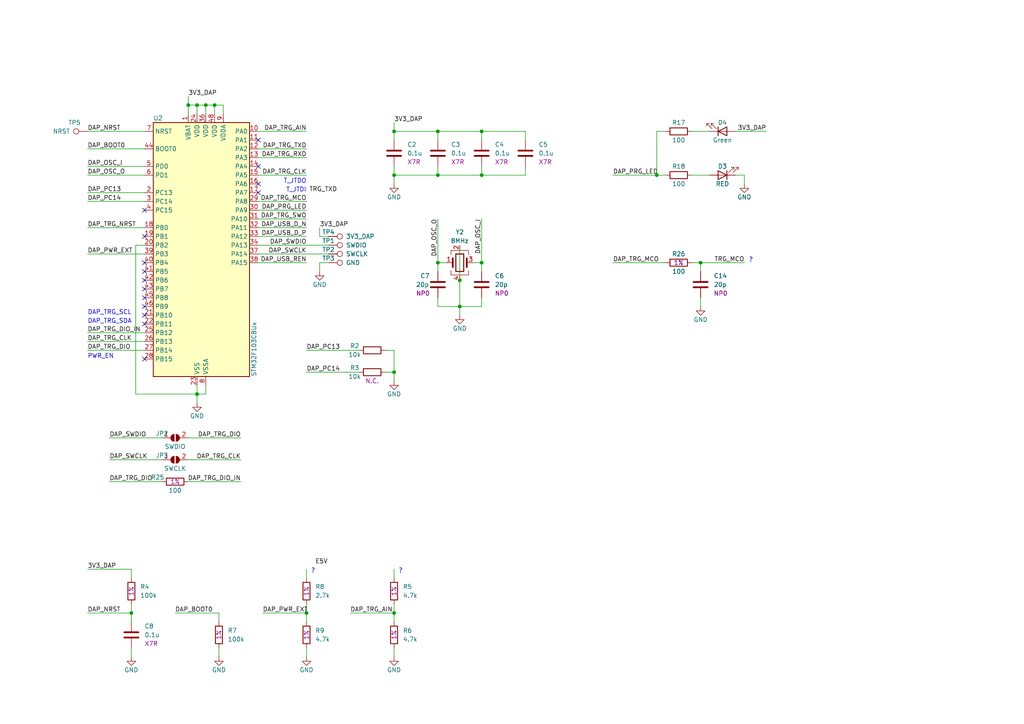
<source format=kicad_sch>
(kicad_sch (version 20230121) (generator eeschema)
  (paper "A4")
  (title_block (title "DAPLink") (date "2023-06-18") (rev "EP1") (comment 1 "chrns"))
  (junction (at 190.5 50.8))
  (junction (at 173.99 227.33))
  (junction (at 388.62 7.62))
  (junction (at 54.61 30.48))
  (junction (at 127 50.8))
  (junction (at 38.1 177.8))
  (junction (at 375.92 7.62))
  (junction (at 355.6 167.64))
  (junction (at 356.87 20.32))
  (junction (at 59.69 30.48))
  (junction (at 133.35 88.9))
  (junction (at 127 38.1))
  (junction (at 212.09 252.73))
  (junction (at 212.09 237.49))
  (junction (at 114.3 38.1))
  (junction (at 133.35 81.28))
  (junction (at 139.7 50.8))
  (junction (at 114.3 177.8))
  (junction (at 375.92 20.32))
  (junction (at 307.34 198.12))
  (junction (at 57.15 114.3))
  (junction (at 88.9 177.8))
  (junction (at 367.03 20.32))
  (junction (at 62.23 30.48))
  (junction (at 114.3 50.8))
  (junction (at 346.71 7.62))
  (junction (at 139.7 38.1))
  (junction (at 337.82 20.32))
  (junction (at 173.99 252.73))
  (junction (at 325.12 7.62))
  (junction (at 224.79 237.49))
  (junction (at 139.7 76.2))
  (junction (at 127 76.2))
  (junction (at 337.82 7.62))
  (junction (at 320.04 185.42))
  (junction (at 114.3 107.95))
  (junction (at 203.2 76.2))
  (junction (at 57.15 30.48))
  (no_connect (at 41.91 83.82))
  (no_connect (at 74.93 53.34))
  (no_connect (at 74.93 40.64))
  (no_connect (at 41.91 91.44))
  (no_connect (at 41.91 78.74))
  (no_connect (at 41.91 76.2))
  (no_connect (at 41.91 86.36))
  (no_connect (at 74.93 55.88))
  (no_connect (at 41.91 81.28))
  (no_connect (at 41.91 88.9))
  (no_connect (at 41.91 93.98))
  (no_connect (at 41.91 104.14))
  (no_connect (at 41.91 60.96))
  (no_connect (at 317.5 248.92))
  (no_connect (at 317.5 241.3))
  (no_connect (at 74.93 48.26))
  (no_connect (at 41.91 68.58))
  (wire (pts (xy 337.82 7.62) (xy 346.71 7.62)))
  (wire (pts (xy 127 86.36) (xy 127 88.9)))
  (wire (pts (xy 74.93 71.12) (xy 95.25 71.12)))
  (wire (pts (xy 330.2 106.68) (xy 339.09 106.68)))
  (wire (pts (xy 337.82 20.32) (xy 325.12 20.32)))
  (wire (pts (xy 388.62 10.16) (xy 388.62 7.62)))
  (wire (pts (xy 25.4 101.6) (xy 41.91 101.6)))
  (wire (pts (xy 302.26 241.3) (xy 302.26 254)))
  (wire (pts (xy 200.66 76.2) (xy 203.2 76.2)))
  (wire (pts (xy 330.2 109.22) (xy 339.09 109.22)))
  (wire (pts (xy 127 76.2) (xy 127 63.5)))
  (wire (pts (xy 152.4 50.8) (xy 139.7 50.8)))
  (wire (pts (xy 139.7 38.1) (xy 152.4 38.1)))
  (wire (pts (xy 356.87 17.78) (xy 356.87 20.32)))
  (wire (pts (xy 307.34 195.58) (xy 307.34 198.12)))
  (wire (pts (xy 25.4 99.06) (xy 41.91 99.06)))
  (wire (pts (xy 54.61 127) (xy 69.85 127)))
  (wire (pts (xy 325.12 7.62) (xy 325.12 10.16)))
  (wire (pts (xy 25.4 177.8) (xy 38.1 177.8)))
  (wire (pts (xy 375.92 20.32) (xy 367.03 20.32)))
  (wire (pts (xy 57.15 30.48) (xy 59.69 30.48)))
  (wire (pts (xy 139.7 38.1) (xy 139.7 40.64)))
  (wire (pts (xy 317.5 185.42) (xy 320.04 185.42)))
  (wire (pts (xy 241.3 276.86) (xy 254 276.86)))
  (wire (pts (xy 114.3 38.1) (xy 127 38.1)))
  (wire (pts (xy 325.12 7.62) (xy 337.82 7.62)))
  (wire (pts (xy 367.03 20.32) (xy 356.87 20.32)))
  (wire (pts (xy 127 88.9) (xy 133.35 88.9)))
  (wire (pts (xy 104.14 107.95) (xy 88.9 107.95)))
  (wire (pts (xy 173.99 227.33) (xy 167.64 227.33)))
  (wire (pts (xy 177.8 76.2) (xy 193.04 76.2)))
  (wire (pts (xy 25.4 48.26) (xy 41.91 48.26)))
  (wire (pts (xy 114.3 48.26) (xy 114.3 50.8)))
  (wire (pts (xy 139.7 86.36) (xy 139.7 88.9)))
  (wire (pts (xy 356.87 20.32) (xy 356.87 22.86)))
  (wire (pts (xy 346.71 91.44) (xy 346.71 88.9)))
  (wire (pts (xy 25.4 55.88) (xy 41.91 55.88)))
  (wire (pts (xy 355.6 167.64) (xy 355.6 170.18)))
  (wire (pts (xy 167.64 234.95) (xy 182.88 234.95)))
  (wire (pts (xy 224.79 252.73) (xy 212.09 252.73)))
  (wire (pts (xy 95.25 68.58) (xy 92.71 68.58)))
  (wire (pts (xy 340.36 182.88) (xy 334.01 182.88)))
  (wire (pts (xy 224.79 237.49) (xy 227.33 237.49)))
  (wire (pts (xy 25.4 73.66) (xy 41.91 73.66)))
  (wire (pts (xy 215.9 50.8) (xy 215.9 53.34)))
  (wire (pts (xy 88.9 165.1) (xy 88.9 167.64)))
  (wire (pts (xy 351.79 88.9) (xy 368.3 88.9)))
  (wire (pts (xy 190.5 229.87) (xy 205.74 229.87)))
  (wire (pts (xy 139.7 76.2) (xy 137.16 76.2)))
  (wire (pts (xy 25.4 96.52) (xy 41.91 96.52)))
  (wire (pts (xy 224.79 250.19) (xy 224.79 252.73)))
  (wire (pts (xy 133.35 88.9) (xy 139.7 88.9)))
  (wire (pts (xy 375.92 17.78) (xy 375.92 20.32)))
  (wire (pts (xy 317.5 243.84) (xy 330.2 243.84)))
  (wire (pts (xy 25.4 58.42) (xy 41.91 58.42)))
  (wire (pts (xy 309.88 195.58) (xy 309.88 198.12)))
  (wire (pts (xy 212.09 237.49) (xy 224.79 237.49)))
  (wire (pts (xy 330.2 119.38) (xy 339.09 119.38)))
  (wire (pts (xy 364.49 10.16) (xy 367.03 10.16)))
  (wire (pts (xy 41.91 71.12) (xy 39.37 71.12)))
  (wire (pts (xy 74.93 58.42) (xy 88.9 58.42)))
  (wire (pts (xy 54.61 133.35) (xy 69.85 133.35)))
  (wire (pts (xy 241.3 284.48) (xy 243.84 284.48)))
  (wire (pts (xy 74.93 43.18) (xy 88.9 43.18)))
  (wire (pts (xy 39.37 71.12) (xy 39.37 114.3)))
  (wire (pts (xy 114.3 35.56) (xy 114.3 38.1)))
  (wire (pts (xy 330.2 101.6) (xy 339.09 101.6)))
  (wire (pts (xy 212.09 252.73) (xy 212.09 251.46)))
  (wire (pts (xy 325.12 20.32) (xy 325.12 17.78)))
  (wire (pts (xy 92.71 66.04) (xy 92.71 68.58)))
  (wire (pts (xy 74.93 63.5) (xy 88.9 63.5)))
  (wire (pts (xy 127 38.1) (xy 127 40.64)))
  (wire (pts (xy 330.2 88.9) (xy 346.71 88.9)))
  (wire (pts (xy 25.4 43.18) (xy 41.91 43.18)))
  (wire (pts (xy 173.99 250.19) (xy 173.99 252.73)))
  (wire (pts (xy 63.5 177.8) (xy 63.5 180.34)))
  (wire (pts (xy 114.3 40.64) (xy 114.3 38.1)))
  (wire (pts (xy 25.4 50.8) (xy 41.91 50.8)))
  (wire (pts (xy 38.1 165.1) (xy 38.1 167.64)))
  (wire (pts (xy 173.99 252.73) (xy 170.18 252.73)))
  (wire (pts (xy 200.66 50.8) (xy 205.74 50.8)))
  (wire (pts (xy 340.36 154.94) (xy 340.36 162.56)))
  (wire (pts (xy 351.79 91.44) (xy 351.79 88.9)))
  (wire (pts (xy 292.1 248.92) (xy 304.8 248.92)))
  (wire (pts (xy 355.6 177.8) (xy 355.6 180.34)))
  (wire (pts (xy 133.35 88.9) (xy 133.35 91.44)))
  (wire (pts (xy 234.95 237.49) (xy 240.03 237.49)))
  (wire (pts (xy 31.75 139.7) (xy 46.99 139.7)))
  (wire (pts (xy 152.4 38.1) (xy 152.4 40.64)))
  (wire (pts (xy 388.62 7.62) (xy 401.32 7.62)))
  (wire (pts (xy 317.5 251.46) (xy 330.2 251.46)))
  (wire (pts (xy 114.3 101.6) (xy 114.3 107.95)))
  (wire (pts (xy 212.09 241.3) (xy 212.09 237.49)))
  (wire (pts (xy 213.36 50.8) (xy 215.9 50.8)))
  (wire (pts (xy 101.6 177.8) (xy 114.3 177.8)))
  (wire (pts (xy 88.9 175.26) (xy 88.9 177.8)))
  (wire (pts (xy 330.2 116.84) (xy 339.09 116.84)))
  (wire (pts (xy 320.04 182.88) (xy 320.04 185.42)))
  (wire (pts (xy 88.9 187.96) (xy 88.9 190.5)))
  (wire (pts (xy 139.7 76.2) (xy 139.7 63.5)))
  (wire (pts (xy 355.6 154.94) (xy 355.6 157.48)))
  (wire (pts (xy 190.5 240.03) (xy 205.74 240.03)))
  (wire (pts (xy 31.75 133.35) (xy 46.99 133.35)))
  (wire (pts (xy 355.6 167.64) (xy 358.14 167.64)))
  (wire (pts (xy 25.4 38.1) (xy 41.91 38.1)))
  (wire (pts (xy 304.8 241.3) (xy 302.26 241.3)))
  (wire (pts (xy 114.3 165.1) (xy 114.3 167.64)))
  (wire (pts (xy 114.3 187.96) (xy 114.3 190.5)))
  (wire (pts (xy 54.61 30.48) (xy 54.61 33.02)))
  (wire (pts (xy 54.61 27.94) (xy 54.61 30.48)))
  (wire (pts (xy 200.66 38.1) (xy 205.74 38.1)))
  (wire (pts (xy 74.93 66.04) (xy 88.9 66.04)))
  (wire (pts (xy 190.5 234.95) (xy 205.74 234.95)))
  (wire (pts (xy 203.2 86.36) (xy 203.2 88.9)))
  (wire (pts (xy 127 48.26) (xy 127 50.8)))
  (wire (pts (xy 50.8 177.8) (xy 63.5 177.8)))
  (wire (pts (xy 309.88 198.12) (xy 307.34 198.12)))
  (wire (pts (xy 337.82 10.16) (xy 337.82 7.62)))
  (wire (pts (xy 325.12 7.62) (xy 322.58 7.62)))
  (wire (pts (xy 59.69 30.48) (xy 59.69 33.02)))
  (wire (pts (xy 292.1 251.46) (xy 304.8 251.46)))
  (wire (pts (xy 177.8 50.8) (xy 190.5 50.8)))
  (wire (pts (xy 367.03 17.78) (xy 367.03 20.32)))
  (wire (pts (xy 241.3 281.94) (xy 256.54 281.94)))
  (wire (pts (xy 54.61 139.7) (xy 69.85 139.7)))
  (wire (pts (xy 167.64 229.87) (xy 182.88 229.87)))
  (wire (pts (xy 114.3 107.95) (xy 111.76 107.95)))
  (wire (pts (xy 57.15 114.3) (xy 57.15 116.84)))
  (wire (pts (xy 326.39 182.88) (xy 320.04 182.88)))
  (wire (pts (xy 317.5 246.38) (xy 330.2 246.38)))
  (wire (pts (xy 353.06 248.92) (xy 368.3 248.92)))
  (wire (pts (xy 59.69 114.3) (xy 57.15 114.3)))
  (wire (pts (xy 264.16 281.94) (xy 279.4 281.94)))
  (wire (pts (xy 31.75 127) (xy 46.99 127)))
  (wire (pts (xy 190.5 38.1) (xy 190.5 50.8)))
  (wire (pts (xy 203.2 76.2) (xy 203.2 78.74)))
  (wire (pts (xy 127 78.74) (xy 127 76.2)))
  (wire (pts (xy 317.5 180.34) (xy 320.04 180.34)))
  (wire (pts (xy 62.23 30.48) (xy 59.69 30.48)))
  (wire (pts (xy 74.93 45.72) (xy 88.9 45.72)))
  (wire (pts (xy 317.5 187.96) (xy 326.39 187.96)))
  (wire (pts (xy 334.01 190.5) (xy 342.9 190.5)))
  (wire (pts (xy 190.5 50.8) (xy 193.04 50.8)))
  (wire (pts (xy 349.25 10.16) (xy 346.71 10.16)))
  (wire (pts (xy 111.76 101.6) (xy 114.3 101.6)))
  (wire (pts (xy 133.35 81.28) (xy 133.35 88.9)))
  (wire (pts (xy 330.2 114.3) (xy 339.09 114.3)))
  (wire (pts (xy 264.16 279.4) (xy 279.4 279.4)))
  (wire (pts (xy 139.7 78.74) (xy 139.7 76.2)))
  (wire (pts (xy 334.01 185.42) (xy 350.52 185.42)))
  (wire (pts (xy 74.93 68.58) (xy 88.9 68.58)))
  (wire (pts (xy 170.18 232.41) (xy 170.18 252.73)))
  (wire (pts (xy 307.34 198.12) (xy 307.34 200.66)))
  (wire (pts (xy 127 50.8) (xy 114.3 50.8)))
  (wire (pts (xy 114.3 50.8) (xy 114.3 53.34)))
  (wire (pts (xy 269.24 237.49) (xy 247.65 237.49)))
  (wire (pts (xy 38.1 177.8) (xy 38.1 180.34)))
  (wire (pts (xy 224.79 242.57) (xy 224.79 237.49)))
  (wire (pts (xy 59.69 111.76) (xy 59.69 114.3)))
  (wire (pts (xy 375.92 7.62) (xy 388.62 7.62)))
  (wire (pts (xy 38.1 175.26) (xy 38.1 177.8)))
  (wire (pts (xy 325.12 -5.08) (xy 325.12 7.62)))
  (wire (pts (xy 173.99 242.57) (xy 173.99 227.33)))
  (wire (pts (xy 330.2 111.76) (xy 339.09 111.76)))
  (wire (pts (xy 364.49 7.62) (xy 375.92 7.62)))
  (wire (pts (xy 337.82 20.32) (xy 337.82 17.78)))
  (wire (pts (xy 114.3 175.26) (xy 114.3 177.8)))
  (wire (pts (xy 74.93 38.1) (xy 88.9 38.1)))
  (wire (pts (xy 139.7 48.26) (xy 139.7 50.8)))
  (wire (pts (xy 334.01 187.96) (xy 350.52 187.96)))
  (wire (pts (xy 241.3 279.4) (xy 256.54 279.4)))
  (wire (pts (xy 25.4 165.1) (xy 38.1 165.1)))
  (wire (pts (xy 104.14 101.6) (xy 88.9 101.6)))
  (wire (pts (xy 243.84 284.48) (xy 243.84 287.02)))
  (wire (pts (xy 127 38.1) (xy 139.7 38.1)))
  (wire (pts (xy 292.1 246.38) (xy 304.8 246.38)))
  (wire (pts (xy 306.07 -5.08) (xy 314.96 -5.08)))
  (wire (pts (xy 322.58 -5.08) (xy 325.12 -5.08)))
  (wire (pts (xy 320.04 185.42) (xy 326.39 185.42)))
  (wire (pts (xy 152.4 48.26) (xy 152.4 50.8)))
  (wire (pts (xy 330.2 104.14) (xy 339.09 104.14)))
  (wire (pts (xy 342.9 190.5) (xy 342.9 193.04)))
  (wire (pts (xy 167.64 232.41) (xy 170.18 232.41)))
  (wire (pts (xy 127 76.2) (xy 129.54 76.2)))
  (wire (pts (xy 320.04 177.8) (xy 320.04 180.34)))
  (wire (pts (xy 74.93 60.96) (xy 88.9 60.96)))
  (wire (pts (xy 57.15 33.02) (xy 57.15 30.48)))
  (wire (pts (xy 38.1 187.96) (xy 38.1 190.5)))
  (wire (pts (xy 54.61 30.48) (xy 57.15 30.48)))
  (wire (pts (xy 63.5 187.96) (xy 63.5 190.5)))
  (wire (pts (xy 64.77 33.02) (xy 64.77 30.48)))
  (wire (pts (xy 304.8 243.84) (xy 292.1 243.84)))
  (wire (pts (xy 62.23 33.02) (xy 62.23 30.48)))
  (wire (pts (xy 388.62 20.32) (xy 375.92 20.32)))
  (wire (pts (xy 346.71 10.16) (xy 346.71 7.62)))
  (wire (pts (xy 167.64 240.03) (xy 182.88 240.03)))
  (wire (pts (xy 193.04 38.1) (xy 190.5 38.1)))
  (wire (pts (xy 340.36 172.72) (xy 340.36 182.88)))
  (wire (pts (xy 74.93 73.66) (xy 95.25 73.66)))
  (wire (pts (xy 213.36 38.1) (xy 222.25 38.1)))
  (wire (pts (xy 190.5 214.63) (xy 194.31 214.63)))
  (wire (pts (xy 76.2 177.8) (xy 88.9 177.8)))
  (wire (pts (xy 212.09 252.73) (xy 212.09 255.27)))
  (wire (pts (xy 201.93 214.63) (xy 218.44 214.63)))
  (wire (pts (xy 347.98 167.64) (xy 355.6 167.64)))
  (wire (pts (xy 114.3 107.95) (xy 114.3 110.49)))
  (wire (pts (xy 212.09 237.49) (xy 167.64 237.49)))
  (wire (pts (xy 173.99 214.63) (xy 173.99 227.33)))
  (wire (pts (xy 92.71 76.2) (xy 92.71 78.74)))
  (wire (pts (xy 355.6 165.1) (xy 355.6 167.64)))
  (wire (pts (xy 203.2 76.2) (xy 215.9 76.2)))
  (wire (pts (xy 388.62 17.78) (xy 388.62 20.32)))
  (wire (pts (xy 95.25 76.2) (xy 92.71 76.2)))
  (wire (pts (xy 88.9 177.8) (xy 88.9 180.34)))
  (wire (pts (xy 349.25 127) (xy 349.25 129.54)))
  (wire (pts (xy 182.88 214.63) (xy 173.99 214.63)))
  (wire (pts (xy 57.15 111.76) (xy 57.15 114.3)))
  (wire (pts (xy 74.93 50.8) (xy 88.9 50.8)))
  (wire (pts (xy 133.35 71.12) (xy 133.35 81.28)))
  (wire (pts (xy 74.93 76.2) (xy 88.9 76.2)))
  (wire (pts (xy 114.3 177.8) (xy 114.3 180.34)))
  (wire (pts (xy 365.76 167.64) (xy 388.62 167.64)))
  (wire (pts (xy 375.92 10.16) (xy 375.92 7.62)))
  (wire (pts (xy 39.37 114.3) (xy 57.15 114.3)))
  (wire (pts (xy 64.77 30.48) (xy 62.23 30.48)))
  (wire (pts (xy 317.5 190.5) (xy 326.39 190.5)))
  (wire (pts (xy 356.87 20.32) (xy 337.82 20.32)))
  (wire (pts (xy 346.71 7.62) (xy 349.25 7.62)))
  (wire (pts (xy 336.55 248.92) (xy 345.44 248.92)))
  (wire (pts (xy 306.07 7.62) (xy 314.96 7.62)))
  (wire (pts (xy 173.99 252.73) (xy 173.99 255.27)))
  (wire (pts (xy 25.4 66.04) (xy 41.91 66.04)))
  (wire (pts (xy 139.7 50.8) (xy 127 50.8)))
  (text "DAP_TRG_SCL" (at 25.4 91.44 0) (effects (font (size 1.27 1.27)) (justify left bottom)))
  (text "SWDIO" (at 154.94 234.95 0) (effects (font (size 1.27 1.27)) (justify right bottom)))
  (text "SWO" (at 154.94 240.03 0) (effects (font (size 1.27 1.27)) (justify right bottom)))
  (text "?" (at 90.17 166.37 0) (effects (font (size 1.27 1.27)) (justify left bottom)))
  (text "GND" (at 154.94 232.41 0) (effects (font (size 1.27 1.27)) (justify right bottom)))
  (text "DAP_TRG_SDA" (at 25.4 93.98 0) (effects (font (size 1.27 1.27)) (justify left bottom)))
  (text "VDD" (at 154.94 227.33 0) (effects (font (size 1.27 1.27)) (justify right bottom)))
  (text "SWCLK" (at 154.94 229.87 0) (effects (font (size 1.27 1.27)) (justify right bottom)))
  (text "+5V" (at 330.2 241.3 0) (effects (font (size 1.27 1.27)) (justify right bottom)))
  (text "T_JTDI" (at 88.9 55.88 0) (effects (font (size 1.27 1.27)) (justify right bottom)))
  (text "1.8V, 3.3V, 5V" (at 330.2 85.09 0) (effects (font (size 1.27 1.27)) (justify left bottom)))
  (text "PWR_EN" (at 25.4 104.14 0) (effects (font (size 1.27 1.27)) (justify left bottom)))
  (text "TXS0108ERGYR" (at 350.52 129.54 0) (effects (font (size 1.27 1.27)) (justify left bottom)))
  (text "?" (at 115.57 166.37 0) (effects (font (size 1.27 1.27)) (justify left bottom)))
  (text "NRST" (at 154.94 237.49 0) (effects (font (size 1.27 1.27)) (justify right bottom)))
  (text "?" (at 217.17 76.2 0) (effects (font (size 1.27 1.27)) (justify left bottom)))
  (text "isolate swd!" (at 306.07 237.49 0) (effects (font (size 1.27 1.27)) (justify left bottom)))
  (text "To power page" (at 341.63 -6.35 0) (effects (font (size 1.27 1.27)) (justify left bottom)))
  (text "pull up?" (at 242.57 233.68 0) (effects (font (size 1.27 1.27)) (justify left bottom)))
  (text "T_JTDO" (at 88.9 53.34 0) (effects (font (size 1.27 1.27)) (justify right bottom)))
  (text "JTDI" (at 330.2 248.92 0) (effects (font (size 1.27 1.27)) (justify right bottom)))
  (label "DAP_SWDIO" (at 88.9 71.12 180))
  (label "DAP_OSC_I" (at 25.4 48.26 0))
  (label "TRG_SWO" (at 168.91 240.03 0))
  (label "3V3_DAP" (at 54.61 27.94 0))
  (label "TRG_RST" (at 205.74 237.49 180))
  (label "DAP_TRG_DIO" (at 31.75 139.7 0))
  (label "TRG_RST" (at 330.2 101.6 0))
  (label "DAP_TRG_RXD" (at 279.4 281.94 180))
  (label "TRG_MCO" (at 215.9 76.2 180))
  (label "DAP_USB_REN" (at 88.9 76.2 180))
  (label "TRG_RXD" (at 330.2 114.3 0))
  (label "DAP_TRG_CLK" (at 88.9 50.8 180))
  (label "DAP_OSC_I" (at 139.7 63.5 270))
  (label "DAP_TRG_MCO" (at 177.8 76.2 0))
  (label "DAP_NRST" (at 25.4 38.1 0))
  (label "3V3_DAP" (at 254 276.86 180))
  (label "U5V" (at 306.07 -5.08 0))
  (label "3V3_DAP" (at 340.36 154.94 270))
  (label "DAP_SWCLK" (at 31.75 133.35 0))
  (label "3V3_TRG" (at 292.1 243.84 0))
  (label "DAP_TRG_DIO" (at 25.4 101.6 0))
  (label "E5V" (at 306.07 7.62 0))
  (label "E5V" (at 91.44 163.83 0))
  (label "U5V" (at 355.6 154.94 0))
  (label "DAP_TRG_RXD" (at 88.9 45.72 180))
  (label "DAP_SWCLK" (at 88.9 73.66 180))
  (label "DAP_PC13" (at 25.4 55.88 0))
  (label "DAP_TRG_SWO" (at 205.74 240.03 180))
  (label "DAP_TRG_TXD" (at 88.9 43.18 180))
  (label "DAP_TRG_DIO_IN" (at 25.4 96.52 0))
  (label "DAP_TRG_AIN" (at 218.44 214.63 180))
  (label "TRG_SWO" (at 330.2 109.22 0))
  (label "TRG_DIO" (at 330.2 106.68 0))
  (label "DAP_TRG_AIN" (at 101.6 177.8 0))
  (label "DAP_TRG_SWO" (at 88.9 63.5 180))
  (label "DAP_TRG_NRST" (at 269.24 237.49 180))
  (label "DAP_TRG_DIO" (at 205.74 234.95 180))
  (label "DAP_TRG_DIO" (at 69.85 127 180))
  (label "TRG_TXD" (at 330.2 111.76 0))
  (label "DAP_NRST" (at 25.4 177.8 0))
  (label "DAP_TRG_DIO_IN" (at 69.85 139.7 180))
  (label "TRG_SWO" (at 292.1 248.92 0))
  (label "TRG_RXD" (at 243.84 281.94 0))
  (label "DAP_PRG_LED" (at 177.8 50.8 0))
  (label "DAP_USB_REN" (at 388.62 167.64 180))
  (label "TRG_TXD" (at 243.84 279.4 0))
  (label "DAP_SWDIO" (at 31.75 127 0))
  (label "DAP_USB_D_P" (at 350.52 185.42 180))
  (label "DAP_PC14" (at 88.9 107.95 0))
  (label "DAP_TRG_CLK" (at 69.85 133.35 180))
  (label "DAP_OSC_O" (at 127 63.5 270))
  (label "DAP_PWR_EXT" (at 25.4 73.66 0))
  (label "DAP_PC14" (at 25.4 58.42 0))
  (label "DAP_PWR_EXT" (at 76.2 177.8 0))
  (label "TRG_TXD" (at 97.79 55.88 180))
  (label "3V3_DAP" (at 25.4 165.1 0))
  (label "TRG_DIO" (at 168.91 234.95 0))
  (label "DAP_OSC_O" (at 25.4 50.8 0))
  (label "3V3_DAP" (at 222.25 38.1 180))
  (label "DAP_TRG_NRST" (at 25.4 66.04 0))
  (label "DAP_TRG_TXD" (at 368.3 248.92 180))
  (label "3V3_DAP" (at 92.71 66.04 0))
  (label "DAP_PRG_LED" (at 88.9 60.96 180))
  (label "TRG_RXD" (at 292.1 246.38 0))
  (label "DAP_BOOT0" (at 50.8 177.8 0))
  (label "TRG_CLK" (at 330.2 251.46 180))
  (label "3V3_FT" (at 330.2 88.9 0))
  (label "DAP_USB_D_N" (at 88.9 66.04 180))
  (label "DAP_TRG_TXD" (at 279.4 279.4 180))
  (label "DAP_TRG_AIN" (at 88.9 38.1 180))
  (label "U5V" (at 320.04 177.8 0))
  (label "DAP_USB_D_P" (at 88.9 68.58 180))
  (label "TRG_CLK" (at 330.2 104.14 0))
  (label "DAP_TRG_CLK" (at 205.74 229.87 180))
  (label "3V3_DAP" (at 401.32 7.62 180))
  (label "DAP_PC13" (at 88.9 101.6 0))
  (label "3V3_DAP" (at 114.3 35.56 0))
  (label "TRG_CLK" (at 168.91 229.87 0))
  (label "TRG_NRST" (at 330.2 243.84 180))
  (label "TRG_DIO" (at 292.1 251.46 0))
  (label "TRG_TXD" (at 336.55 248.92 0))
  (label "DAP_USB_D_N" (at 350.52 187.96 180))
  (label "DAP_TRG_MCO" (at 88.9 58.42 180))
  (label "TRG_TXD" (at 330.2 246.38 180))
  (label "DAP_BOOT0" (at 25.4 43.18 0))
  (label "DAP_TRG_CLK" (at 25.4 99.06 0))
  (hierarchical_label "TRG_SWO" (shape input) (at 330.2 109.22 180))
  (hierarchical_label "TRG_RST" (shape output) (at 330.2 101.6 180))
  (hierarchical_label "TRG_CLK" (shape output) (at 330.2 104.14 180))
  (hierarchical_label "TRG_DIO" (shape bidirectional) (at 330.2 106.68 180))
  (hierarchical_label "DAP_USB_D_P" (shape bidirectional) (at 350.52 185.42 0))
  (hierarchical_label "DAP_USB_D_N" (shape bidirectional) (at 350.52 187.96 0))
  (hierarchical_label "TRG_RXD" (shape input) (at 330.2 114.3 180))
  (hierarchical_label "TRG_TXD" (shape output) (at 330.2 111.76 180))
  (symbol (lib_id "Connector:TestPoint") (at 95.25 71.12 270) (unit 1) (in_bom no)
    (property "Reference" "TP1" (at 95.25 69.85 90))
    (property "Value" "SWDIO" (at 100.33 71.12 90) (effects (justify left)))
  )
  (symbol (lib_id "Device:LED") (at 209.55 38.1 0) (mirror x) (unit 1)
    (property "Reference" "D4" (at 209.55 35.56 0))
    (property "Value" "Green" (at 209.55 40.64 0))
  )
  (symbol (lib_id "Jumper:SolderJumper_2_Open") (at 50.8 133.35 0) (unit 1) (in_bom no)
    (property "Reference" "JP3" (at 46.99 132.08 0))
    (property "Value" "SWCLK" (at 50.8 135.89 0))
    (property "Footprint" "Jumper:SolderJumper-2_P1.3mm_Open_TrianglePad1.0x1.5mm" (effects hide))
  )
  (symbol (lib_id "power:GND") (at 307.34 200.66 0) (unit 1)
    (property "Reference" "#PWR013" (effects hide))
    (property "Value" "GND" (at 307.34 204.47 0))
  )
  (symbol (lib_id "Device:R") (at 330.2 190.5 90) (unit 1)
    (property "Reference" "R10" (at 322.58 189.23 90) (effects (justify right)))
    (property "Value" "100k" (at 334.01 191.77 90) (effects (justify right)))
    (property "Footprint" "Resistor_SMD:R_0402_1005Metric" (effects hide))
    (property "Coefficient" "1%" (at 330.2 190.5 90))
  )
  (symbol (lib_id "Device:R") (at 88.9 171.45 0) (unit 1)
    (property "Reference" "R8" (at 91.44 170.18 0) (effects (justify left)))
    (property "Value" "2.7k" (at 91.44 172.72 0) (effects (justify left)))
    (property "Footprint" "Resistor_SMD:R_0402_1005Metric" (effects hide))
    (property "Coefficient" "1%" (at 88.9 171.45 90))
  )
  (symbol (lib_id "Device:R") (at 196.85 50.8 90) (unit 1)
    (property "Reference" "R18" (at 196.85 48.26 90))
    (property "Value" "100" (at 196.85 53.34 90))
    (property "Footprint" "Resistor_SMD:R_0402_1005Metric" (effects hide))
  )
  (symbol (lib_id "power:GND") (at 92.71 78.74 0) (unit 1)
    (property "Reference" "#PWR043" (effects hide))
    (property "Value" "GND" (at 92.71 82.55 0))
  )
  (symbol (lib_id "Device:R") (at 196.85 38.1 90) (unit 1)
    (property "Reference" "R17" (at 196.85 35.56 90))
    (property "Value" "100" (at 196.85 40.64 90))
    (property "Footprint" "Resistor_SMD:R_0402_1005Metric" (effects hide))
  )
  (symbol (lib_id "Connector:TestPoint") (at 95.25 73.66 270) (unit 1) (in_bom no)
    (property "Reference" "TP2" (at 95.25 72.39 90))
    (property "Value" "SWCLK" (at 100.33 73.66 90) (effects (justify left)))
  )
  (symbol (lib_id "Device:R") (at 173.99 246.38 0) (unit 1)
    (property "Reference" "R23" (at 176.53 245.11 0) (effects (justify left)))
    (property "Value" "10k" (at 176.53 247.65 0) (effects (justify left)))
    (property "Footprint" "Resistor_SMD:R_0402_1005Metric" (effects hide))
    (property "Coefficient" "1%" (at 173.99 246.38 90))
  )
  (symbol (lib_id "Logic_LevelTranslator:TXS0108EPW") (at 349.25 109.22 0) (unit 1)
    (property "Reference" "U15" (at 340.36 92.71 0) (effects (justify left)))
    (property "Value" "TXS0108ERGYR" (at 350.52 125.73 0) (effects (justify left)))
    (property "Footprint" "Package_SO:TSSOP-20_4.4x6.5mm_P0.65mm" (effects hide))
    (property "Datasheet" "www.ti.com/lit/ds/symlink/txs0108e.pdf" (effects hide))
    (property "lcsc" "C90706" (effects hide))
    (instances (project "main" (path "" (reference "U15") (unit 1)) (path "" (reference "U17") (unit 1))))
  )
  (symbol (lib_id "Device:C") (at 337.82 13.97 0) (unit 1)
    (property "Reference" "C10" (at 341.63 11.43 0) (effects (justify left)))
    (property "Value" "0.1u" (at 341.63 13.97 0) (effects (justify left)))
    (property "Footprint" "Capacitor_SMD:C_0402_1005Metric" (effects hide))
    (property "Coefficient" "X7R" (at 341.63 16.51 0) (effects (justify left)))
    (property "Voltage" "50V" (effects hide))
    (property "Part number" "CC0603KRX7R9BB104" (effects hide))
    (property "lcsc" "C14663" (effects hide))
  )
  (symbol (lib_id "power:GND") (at 203.2 88.9 0) (unit 1)
    (property "Reference" "#PWR019" (effects hide))
    (property "Value" "GND" (at 203.2 92.71 0))
  )
  (symbol (lib_id "Device:C") (at 152.4 44.45 0) (unit 1)
    (property "Reference" "C5" (at 156.21 41.91 0) (effects (justify left)))
    (property "Value" "0.1u" (at 156.21 44.45 0) (effects (justify left)))
    (property "Footprint" "Capacitor_SMD:C_0402_1005Metric" (effects hide))
    (property "Coefficient" "X7R" (at 156.21 46.99 0) (effects (justify left)))
    (property "Voltage" "50V" (effects hide))
    (property "Part number" "CC0603KRX7R9BB104" (effects hide))
    (property "lcsc" "C14663" (effects hide))
  )
  (symbol (lib_id "power:GND") (at 133.35 91.44 0) (unit 1)
    (property "Reference" "#PWR05" (effects hide))
    (property "Value" "GND" (at 133.35 95.25 0))
  )
  (symbol (lib_id "power:GND") (at 355.6 180.34 0) (unit 1)
    (property "Reference" "#PWR015" (effects hide))
    (property "Value" "GND" (at 355.6 184.15 0))
  )
  (symbol (lib_id "power:GND") (at 38.1 190.5 0) (unit 1)
    (property "Reference" "#PWR06" (effects hide))
    (property "Value" "GND" (at 38.1 194.31 0))
  )
  (symbol (lib_id "Switch:SW_Push") (at 212.09 246.38 90) (mirror x) (unit 1)
    (property "Reference" "SW1" (at 209.55 245.11 0) (effects (justify right)))
    (property "Value" "SW_Push" (at 209.55 255.27 0) (effects (justify right)))
  )
  (symbol (lib_id "Connector_Generic:Conn_02x05_Odd_Even") (at 309.88 246.38 0) (unit 1)
    (property "Reference" "J21" (at 311.15 238.76 0))
    (property "Value" "BMP" (at 311.15 254 0))
  )
  (symbol (lib_id "Device:R") (at 38.1 171.45 0) (unit 1)
    (property "Reference" "R4" (at 40.64 170.18 0) (effects (justify left)))
    (property "Value" "100k" (at 40.64 172.72 0) (effects (justify left)))
    (property "Footprint" "Resistor_SMD:R_0402_1005Metric" (effects hide))
    (property "Coefficient" "1%" (at 38.1 171.45 90))
  )
  (symbol (lib_id "Device:R") (at 349.25 248.92 90) (unit 1)
    (property "Reference" "R85" (at 341.63 247.65 90) (effects (justify right)))
    (property "Value" "22" (at 353.06 250.19 90) (effects (justify right)))
    (property "Footprint" "Resistor_SMD:R_0402_1005Metric" (effects hide))
    (property "Coefficient" "1%" (at 349.25 248.92 90))
  )
  (symbol (lib_id "power:GND") (at 63.5 190.5 0) (unit 1)
    (property "Reference" "#PWR09" (effects hide))
    (property "Value" "GND" (at 63.5 194.31 0))
  )
  (symbol (lib_id "power:GND") (at 215.9 53.34 0) (unit 1)
    (property "Reference" "#PWR017" (effects hide))
    (property "Value" "GND" (at 215.9 57.15 0))
  )
  (symbol (lib_id "Device:C") (at 139.7 82.55 0) (unit 1)
    (property "Reference" "C6" (at 143.51 80.01 0) (effects (justify left)))
    (property "Value" "20p" (at 143.51 82.55 0) (effects (justify left)))
    (property "Footprint" "Capacitor_SMD:C_0402_1005Metric" (effects hide))
    (property "Coefficient" "NP0" (at 143.51 85.09 0) (effects (justify left)))
  )
  (symbol (lib_id "Device:R") (at 107.95 101.6 270) (mirror x) (unit 1)
    (property "Reference" "R2" (at 102.87 100.33 90))
    (property "Value" "10k" (at 102.87 102.87 90))
    (property "Footprint" "Resistor_SMD:R_0402_1005Metric" (effects hide))
  )
  (symbol (lib_id "Device:R") (at 186.69 229.87 90) (unit 1)
    (property "Reference" "R22" (at 179.07 228.6 90) (effects (justify right)))
    (property "Value" "22" (at 190.5 231.14 90) (effects (justify right)))
    (property "Footprint" "Resistor_SMD:R_0402_1005Metric" (effects hide))
    (property "Coefficient" "1%" (at 186.69 229.87 90))
  )
  (symbol (lib_id "Device:D") (at 186.69 214.63 180) (unit 1)
    (property "Reference" "D5" (at 186.69 212.09 0))
    (property "Value" "BAT60JFILM" (at 186.69 217.17 0))
    (property "Sim.Device" "D" (effects hide))
    (property "Sim.Pins" "1=K 2=A" (effects hide))
  )
  (symbol (lib_id "power:GND") (at 212.09 255.27 0) (mirror y) (unit 1)
    (property "Reference" "#PWR020" (effects hide))
    (property "Value" "GND" (at 212.09 259.08 0))
  )
  (symbol (lib_id "Device:R") (at 196.85 76.2 90) (unit 1)
    (property "Reference" "R26" (at 196.85 73.66 90))
    (property "Value" "100" (at 196.85 78.74 90))
    (property "Footprint" "Resistor_SMD:R_0402_1005Metric" (effects hide))
    (property "Coefficient" "1%" (at 196.85 76.2 90))
  )
  (symbol (lib_id "Device:R") (at 107.95 107.95 270) (mirror x) (unit 1) (in_bom no)
    (property "Reference" "R3" (at 102.87 106.68 90))
    (property "Value" "10k" (at 102.87 109.22 90))
    (property "Footprint" "Resistor_SMD:R_0402_1005Metric" (effects hide))
    (property "Comment" "N.C." (at 107.95 110.49 90))
  )
  (symbol (lib_id "Device:C") (at 127 44.45 0) (unit 1)
    (property "Reference" "C3" (at 130.81 41.91 0) (effects (justify left)))
    (property "Value" "0.1u" (at 130.81 44.45 0) (effects (justify left)))
    (property "Footprint" "Capacitor_SMD:C_0402_1005Metric" (effects hide))
    (property "Coefficient" "X7R" (at 130.81 46.99 0) (effects (justify left)))
    (property "Voltage" "50V" (effects hide))
    (property "Part number" "CC0603KRX7R9BB104" (effects hide))
    (property "lcsc" "C14663" (effects hide))
  )
  (symbol (lib_id "Device:R") (at 88.9 184.15 0) (unit 1)
    (property "Reference" "R9" (at 91.44 182.88 0) (effects (justify left)))
    (property "Value" "4.7k" (at 91.44 185.42 0) (effects (justify left)))
    (property "Footprint" "Resistor_SMD:R_0402_1005Metric" (effects hide))
    (property "Coefficient" "1%" (at 88.9 184.15 90))
  )
  (symbol (lib_id "Transistor_BJT:BC817") (at 342.9 167.64 0) (mirror y) (unit 1)
    (property "Reference" "Q1" (at 337.82 167.005 0) (effects (justify left)))
    (property "Value" "BC817" (at 337.82 169.545 0) (effects (justify left)))
    (property "Footprint" "Package_TO_SOT_SMD:SOT-23" (effects hide))
    (property "Datasheet" "https://www.onsemi.com/pub/Collateral/BC818-D.pdf" (effects hide))
  )
  (symbol (lib_id "power:GND") (at 114.3 53.34 0) (unit 1)
    (property "Reference" "#PWR02" (effects hide))
    (property "Value" "GND" (at 114.3 57.15 0))
  )
  (symbol (lib_id "Device:R") (at 361.95 167.64 90) (unit 1)
    (property "Reference" "R16" (at 367.03 166.37 90))
    (property "Value" "100" (at 367.03 168.91 90))
    (property "Footprint" "Resistor_SMD:R_0402_1005Metric" (effects hide))
  )
  (symbol (lib_id "Device:R") (at 198.12 214.63 90) (unit 1) (in_bom no)
    (property "Reference" "R24" (at 190.5 213.36 90) (effects (justify right)))
    (property "Value" "100" (at 201.93 215.9 90) (effects (justify right)))
    (property "Footprint" "Resistor_SMD:R_0402_1005Metric" (effects hide))
    (property "Coefficient" "1%" (at 198.12 214.63 90))
    (property "Comment" "N.C." (at 198.12 217.17 90))
  )
  (symbol (lib_id "Device:R") (at 114.3 184.15 0) (unit 1)
    (property "Reference" "R6" (at 116.84 182.88 0) (effects (justify left)))
    (property "Value" "4.7k" (at 116.84 185.42 0) (effects (justify left)))
    (property "Footprint" "Resistor_SMD:R_0402_1005Metric" (effects hide))
    (property "Coefficient" "1%" (at 114.3 184.15 90))
  )
  (symbol (lib_id "Device:Crystal_GND24") (at 133.35 76.2 0) (unit 1)
    (property "Reference" "Y2" (at 133.35 67.31 0))
    (property "Value" "8MHz" (at 133.35 69.85 0))
  )
  (symbol (lib_id "Connector:TestPoint") (at 95.25 76.2 270) (unit 1) (in_bom no)
    (property "Reference" "TP3" (at 95.25 74.93 90))
    (property "Value" "GND" (at 100.33 76.2 90) (effects (justify left)))
  )
  (symbol (lib_id "Device:C") (at 139.7 44.45 0) (unit 1)
    (property "Reference" "C4" (at 143.51 41.91 0) (effects (justify left)))
    (property "Value" "0.1u" (at 143.51 44.45 0) (effects (justify left)))
    (property "Footprint" "Capacitor_SMD:C_0402_1005Metric" (effects hide))
    (property "Coefficient" "X7R" (at 143.51 46.99 0) (effects (justify left)))
    (property "Voltage" "50V" (effects hide))
    (property "Part number" "CC0603KRX7R9BB104" (effects hide))
    (property "lcsc" "C14663" (effects hide))
  )
  (symbol (lib_id "MCU_ST_STM32F1:STM32F103CBUx") (at 57.15 73.66 0) (unit 1)
    (property "Reference" "U2" (at 44.45 34.29 0) (effects (justify left)))
    (property "Value" "STM32F103CBUx" (at 73.66 109.22 90) (effects (justify left)))
    (property "Footprint" "Package_DFN_QFN:QFN-48-1EP_7x7mm_P0.5mm_EP5.6x5.6mm" (effects hide))
    (property "Datasheet" "https://www.st.com/resource/en/datasheet/stm32f103cb.pdf" (effects hide))
  )
  (symbol (lib_id "Device:R") (at 63.5 184.15 0) (unit 1)
    (property "Reference" "R7" (at 66.04 182.88 0) (effects (justify left)))
    (property "Value" "100k" (at 66.04 185.42 0) (effects (justify left)))
    (property "Footprint" "Resistor_SMD:R_0402_1005Metric" (effects hide))
    (property "Coefficient" "1%" (at 63.5 184.15 90))
  )
  (symbol (lib_id "Regulator_Linear:LD3985M33R_SOT23") (at 356.87 10.16 0) (unit 1)
    (property "Reference" "U6" (at 356.87 1.27 0))
    (property "Value" "LD3985M33R" (at 356.87 3.81 0))
    (property "Footprint" "Package_TO_SOT_SMD:SOT-23-5" (effects hide))
    (property "Datasheet" "http://www.st.com/internet/com/TECHNICAL_RESOURCES/TECHNICAL_LITERATURE/DATASHEET/CD00003395.pdf" (effects hide))
    (property "lcsc" "C46243" (effects hide))
  )
  (symbol (lib_id "power:GND") (at 114.3 110.49 0) (mirror y) (unit 1)
    (property "Reference" "#PWR03" (effects hide))
    (property "Value" "GND" (at 114.3 114.3 0))
  )
  (symbol (lib_id "power:GND") (at 114.3 190.5 0) (unit 1)
    (property "Reference" "#PWR07" (effects hide))
    (property "Value" "GND" (at 114.3 194.31 0))
  )
  (symbol (lib_id "Device:C") (at 38.1 184.15 0) (unit 1)
    (property "Reference" "C8" (at 41.91 181.61 0) (effects (justify left)))
    (property "Value" "0.1u" (at 41.91 184.15 0) (effects (justify left)))
    (property "Footprint" "Capacitor_SMD:C_0402_1005Metric" (effects hide))
    (property "Coefficient" "X7R" (at 41.91 186.69 0) (effects (justify left)))
    (property "Voltage" "50V" (effects hide))
    (property "Part number" "CC0603KRX7R9BB104" (effects hide))
    (property "lcsc" "C14663" (effects hide))
  )
  (symbol (lib_id "Connector:TestPoint") (at 25.4 38.1 90) (unit 1) (in_bom no)
    (property "Reference" "TP5" (at 21.59 35.56 90))
    (property "Value" "NRST" (at 20.32 38.1 90) (effects (justify left)))
  )
  (symbol (lib_id "Device:LED") (at 209.55 50.8 180) (unit 1)
    (property "Reference" "D3" (at 209.55 48.26 0))
    (property "Value" "RED" (at 209.55 53.34 0))
  )
  (symbol (lib_id "power:GND") (at 356.87 22.86 0) (unit 1)
    (property "Reference" "#PWR016" (effects hide))
    (property "Value" "GND" (at 356.87 26.67 0))
  )
  (symbol (lib_id "power:GND") (at 88.9 190.5 0) (unit 1)
    (property "Reference" "#PWR011" (effects hide))
    (property "Value" "GND" (at 88.9 194.31 0))
  )
  (symbol (lib_id "Device:C") (at 224.79 246.38 0) (mirror y) (unit 1)
    (property "Reference" "C1" (at 220.98 243.84 0) (effects (justify left)))
    (property "Value" "0.1u" (at 220.98 246.38 0) (effects (justify left)))
    (property "Footprint" "Capacitor_SMD:C_0402_1005Metric" (effects hide))
    (property "Coefficient" "X7R" (at 220.98 248.92 0) (effects (justify left)))
    (property "Voltage" "50V" (effects hide))
    (property "Part number" "CC0603KRX7R9BB104" (effects hide))
    (property "lcsc" "C14663" (effects hide))
  )
  (symbol (lib_id "Device:R") (at 330.2 187.96 90) (unit 1)
    (property "Reference" "R11" (at 322.58 186.69 90) (effects (justify right)))
    (property "Value" "0" (at 334.01 189.23 90) (effects (justify right)))
    (property "Footprint" "Resistor_SMD:R_0402_1005Metric" (effects hide))
    (property "Coefficient" "1%" (at 330.2 187.96 90))
  )
  (symbol (lib_id "power:GND") (at 302.26 254 0) (unit 1)
    (property "Reference" "#PWR08" (effects hide))
    (property "Value" "GND" (at 302.26 257.81 0))
  )
  (symbol (lib_name "GND_2") (lib_id "power:GND") (at 349.25 129.54 0) (unit 1)
    (property "Reference" "#PWR0109" (effects hide))
    (property "Value" "GND" (at 349.25 133.35 0))
    (instances (project "main" (path "" (reference "#PWR0109") (unit 1)) (path "" (reference "#PWR0111") (unit 1))))
  )
  (symbol (lib_id "Device:C") (at 388.62 13.97 0) (unit 1)
    (property "Reference" "C13" (at 392.43 11.43 0) (effects (justify left)))
    (property "Value" "0.1u" (at 392.43 13.97 0) (effects (justify left)))
    (property "Footprint" "Capacitor_SMD:C_0402_1005Metric" (effects hide))
    (property "Coefficient" "X7R" (at 392.43 16.51 0) (effects (justify left)))
    (property "Voltage" "50V" (effects hide))
    (property "Part number" "CC0603KRX7R9BB104" (effects hide))
    (property "lcsc" "C14663" (effects hide))
  )
  (symbol (lib_id "Device:C") (at 203.2 82.55 0) (unit 1)
    (property "Reference" "C14" (at 207.01 80.01 0) (effects (justify left)))
    (property "Value" "20p" (at 207.01 82.55 0) (effects (justify left)))
    (property "Footprint" "Capacitor_SMD:C_0402_1005Metric" (effects hide))
    (property "Coefficient" "NP0" (at 207.01 85.09 0) (effects (justify left)))
  )
  (symbol (lib_id "power:GND") (at 173.99 255.27 0) (unit 1)
    (property "Reference" "#PWR018" (effects hide))
    (property "Value" "GND" (at 173.99 259.08 0))
  )
  (symbol (lib_id "Connector:USB_OTG") (at 309.88 185.42 0) (unit 1)
    (property "Reference" "J2" (at 309.88 173.99 0))
    (property "Value" "USB_OTG" (at 309.88 176.53 0))
    (property "Datasheet" " ~" (effects hide))
  )
  (symbol (lib_id "Device:R") (at 186.69 240.03 90) (unit 1)
    (property "Reference" "R19" (at 179.07 238.76 90) (effects (justify right)))
    (property "Value" "22" (at 190.5 241.3 90) (effects (justify right)))
    (property "Footprint" "Resistor_SMD:R_0402_1005Metric" (effects hide))
    (property "Coefficient" "1%" (at 186.69 240.03 90))
  )
  (symbol (lib_id "Device:R") (at 243.84 237.49 270) (mirror x) (unit 1)
    (property "Reference" "R1" (at 243.84 234.95 90))
    (property "Value" "22" (at 243.84 240.03 90))
    (property "Footprint" "Resistor_SMD:R_0402_1005Metric" (effects hide))
    (property "Coefficient" "1%" (at 243.84 237.49 90))
  )
  (symbol (lib_id "Device:R") (at 355.6 173.99 0) (unit 1)
    (property "Reference" "R15" (at 358.14 172.72 0) (effects (justify left)))
    (property "Value" "36k" (at 358.14 175.26 0) (effects (justify left)))
    (property "Footprint" "Resistor_SMD:R_0402_1005Metric" (effects hide))
    (property "Coefficient" "1%" (at 355.6 173.99 90))
  )
  (symbol (lib_id "Device:C") (at 325.12 13.97 0) (unit 1)
    (property "Reference" "C9" (at 328.93 11.43 0) (effects (justify left)))
    (property "Value" "1u" (at 328.93 16.51 0) (effects (justify left)))
    (property "Footprint" "Capacitor_SMD:C_0402_1005Metric" (effects hide))
    (property "Coefficient" "X7R" (at 328.93 13.97 0) (effects (justify left)))
  )
  (symbol (lib_id "power:GND") (at 342.9 193.04 0) (unit 1)
    (property "Reference" "#PWR014" (effects hide))
    (property "Value" "GND" (at 342.9 196.85 0))
  )
  (symbol (lib_id "Device:R") (at 355.6 161.29 0) (unit 1)
    (property "Reference" "R14" (at 358.14 160.02 0) (effects (justify left)))
    (property "Value" "10k" (at 358.14 162.56 0) (effects (justify left)))
    (property "Footprint" "Resistor_SMD:R_0402_1005Metric" (effects hide))
    (property "Coefficient" "1%" (at 355.6 161.29 90))
  )
  (symbol (lib_id "Device:R") (at 186.69 234.95 90) (unit 1)
    (property "Reference" "R21" (at 179.07 233.68 90) (effects (justify right)))
    (property "Value" "22" (at 190.5 236.22 90) (effects (justify right)))
    (property "Footprint" "Resistor_SMD:R_0402_1005Metric" (effects hide))
    (property "Coefficient" "1%" (at 186.69 234.95 90))
  )
  (symbol (lib_id "Device:R") (at 330.2 185.42 90) (unit 1)
    (property "Reference" "R12" (at 322.58 184.15 90) (effects (justify right)))
    (property "Value" "0" (at 334.01 186.69 90) (effects (justify right)))
    (property "Footprint" "Resistor_SMD:R_0402_1005Metric" (effects hide))
    (property "Coefficient" "1%" (at 330.2 185.42 90))
  )
  (symbol (lib_id "Device:C") (at 127 82.55 0) (unit 1)
    (property "Reference" "C7" (at 121.92 80.01 0) (effects (justify left)))
    (property "Value" "20p" (at 120.65 82.55 0) (effects (justify left)))
    (property "Footprint" "Capacitor_SMD:C_0402_1005Metric" (effects hide))
    (property "Coefficient" "NP0" (at 120.65 85.09 0) (effects (justify left)))
  )
  (symbol (lib_id "Device:R") (at 50.8 139.7 90) (unit 1)
    (property "Reference" "R25" (at 45.72 138.43 90))
    (property "Value" "100" (at 50.8 142.24 90))
    (property "Footprint" "Resistor_SMD:R_0402_1005Metric" (effects hide))
    (property "Coefficient" "1%" (at 50.8 139.7 90))
  )
  (symbol (lib_id "Device:R") (at 330.2 182.88 90) (unit 1)
    (property "Reference" "R13" (at 322.58 181.61 90) (effects (justify right)))
    (property "Value" "1.5k" (at 334.01 184.15 90) (effects (justify right)))
    (property "Footprint" "Resistor_SMD:R_0402_1005Metric" (effects hide))
    (property "Coefficient" "1%" (at 330.2 182.88 90))
  )
  (symbol (lib_id "Device:D") (at 318.77 -5.08 180) (unit 1)
    (property "Reference" "D1" (at 318.77 -7.62 0))
    (property "Value" "BAT60JFILM" (at 318.77 -2.54 0))
    (property "Sim.Device" "D" (effects hide))
    (property "Sim.Pins" "1=K 2=A" (effects hide))
  )
  (symbol (lib_id "Device:D") (at 318.77 7.62 180) (unit 1)
    (property "Reference" "D2" (at 318.77 5.08 0))
    (property "Value" "BAT60JFILM" (at 318.77 10.16 0))
    (property "Sim.Device" "D" (effects hide))
    (property "Sim.Pins" "1=K 2=A" (effects hide))
  )
  (symbol (lib_id "Device:C") (at 375.92 13.97 0) (unit 1)
    (property "Reference" "C12" (at 379.73 11.43 0) (effects (justify left)))
    (property "Value" "1u" (at 379.73 16.51 0) (effects (justify left)))
    (property "Footprint" "Capacitor_SMD:C_0402_1005Metric" (effects hide))
    (property "Coefficient" "X7R" (at 379.73 13.97 0) (effects (justify left)))
  )
  (symbol (lib_id "Device:C") (at 367.03 13.97 0) (unit 1)
    (property "Reference" "C11" (at 370.84 11.43 0) (effects (justify left)))
    (property "Value" "10n" (at 370.84 16.51 0) (effects (justify left)))
    (property "Footprint" "Capacitor_SMD:C_0402_1005Metric" (effects hide))
    (property "Coefficient" "X7R" (at 370.84 13.97 0) (effects (justify left)))
  )
  (symbol (lib_id "power:GND") (at 57.15 116.84 0) (unit 1)
    (property "Reference" "#PWR04" (effects hide))
    (property "Value" "GND" (at 57.15 120.65 0))
  )
  (symbol (lib_id "Device:D") (at 231.14 237.49 0) (mirror x) (unit 1)
    (property "Reference" "D6" (at 231.14 234.95 0))
    (property "Value" "BAT60JFILM" (at 231.14 240.03 0))
    (property "Sim.Device" "D" (effects hide))
    (property "Sim.Pins" "1=K 2=A" (effects hide))
  )
  (symbol (lib_id "Connector_Generic:Conn_01x04") (at 236.22 279.4 0) (mirror y) (unit 1)
    (property "Reference" "J1" (at 236.22 274.32 0))
    (property "Value" "Conn_01x04" (at 233.68 280.67 90))
  )
  (symbol (lib_id "Jumper:SolderJumper_2_Open") (at 50.8 127 0) (unit 1) (in_bom no)
    (property "Reference" "JP2" (at 46.99 125.73 0))
    (property "Value" "SWDIO" (at 50.8 129.54 0))
    (property "Footprint" "Jumper:SolderJumper-2_P1.3mm_Open_TrianglePad1.0x1.5mm" (effects hide))
  )
  (symbol (lib_id "Device:R") (at 260.35 279.4 270) (mirror x) (unit 1)
    (property "Reference" "R56" (at 255.27 278.13 90))
    (property "Value" "22" (at 265.43 278.13 90))
    (property "Footprint" "Resistor_SMD:R_0402_1005Metric" (effects hide))
    (property "Coefficient" "1%" (at 260.35 279.4 90))
  )
  (symbol (lib_id "Connector:TestPoint") (at 95.25 68.58 270) (unit 1) (in_bom no)
    (property "Reference" "TP4" (at 95.25 67.31 90))
    (property "Value" "3V3_DAP" (at 100.33 68.58 90) (effects (justify left)))
  )
  (symbol (lib_id "power:GND") (at 243.84 287.02 0) (unit 1)
    (property "Reference" "#PWR012" (effects hide))
    (property "Value" "GND" (at 243.84 290.83 0))
  )
  (symbol (lib_id "Device:C") (at 114.3 44.45 0) (unit 1)
    (property "Reference" "C2" (at 118.11 41.91 0) (effects (justify left)))
    (property "Value" "0.1u" (at 118.11 44.45 0) (effects (justify left)))
    (property "Footprint" "Capacitor_SMD:C_0402_1005Metric" (effects hide))
    (property "Coefficient" "X7R" (at 118.11 46.99 0) (effects (justify left)))
    (property "Voltage" "50V" (effects hide))
    (property "Part number" "CC0603KRX7R9BB104" (effects hide))
    (property "lcsc" "C14663" (effects hide))
  )
  (symbol (lib_id "Connector_Generic:Conn_01x06") (at 162.56 232.41 0) (mirror y) (unit 1)
    (property "Reference" "J3" (at 162.56 224.79 0))
    (property "Value" "SWD" (at 160.02 233.68 90))
  )
  (symbol (lib_id "Device:R") (at 114.3 171.45 0) (unit 1)
    (property "Reference" "R5" (at 116.84 170.18 0) (effects (justify left)))
    (property "Value" "4.7k" (at 116.84 172.72 0) (effects (justify left)))
    (property "Footprint" "Resistor_SMD:R_0402_1005Metric" (effects hide))
    (property "Coefficient" "1%" (at 114.3 171.45 90))
  )
  (symbol (lib_id "Device:R") (at 260.35 281.94 270) (mirror x) (unit 1)
    (property "Reference" "R84" (at 255.27 280.67 90))
    (property "Value" "22" (at 265.43 280.67 90))
    (property "Footprint" "Resistor_SMD:R_0402_1005Metric" (effects hide))
    (property "Coefficient" "1%" (at 260.35 281.94 90))
  )
)
</source>
